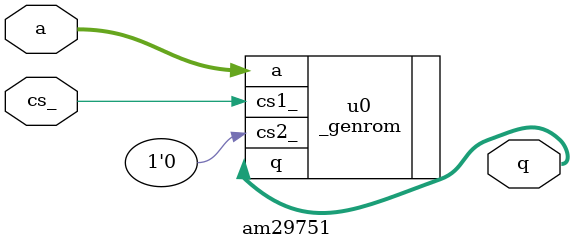
<source format=v>

`include "_genrom.v"

module am29751(a, q, cs_);
input [4:0] a;
output [7:0] q;
input cs_;

_genrom #(.WIDTH(8),.SIZE(5)) u0(
	.a(a), .q(q), .cs1_(cs_), .cs2_(1'b0)
);

endmodule

</source>
